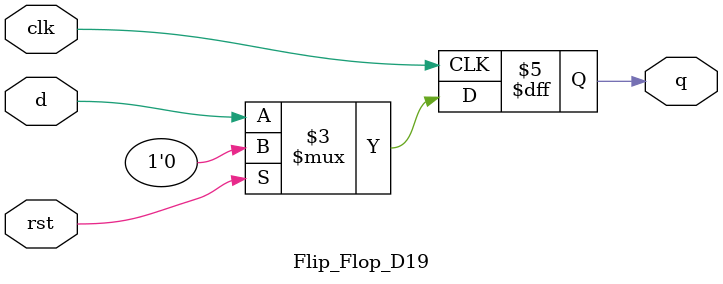
<source format=v>
`timescale 1ns / 1ps
module Flip_Flop_D19(
    input clk,
    input d,
    input rst,
    output reg q
    );

	 always @(posedge clk)
	 if (rst) 
	 q <= 0;
	 else
	 q <= d;
    
endmodule

</source>
